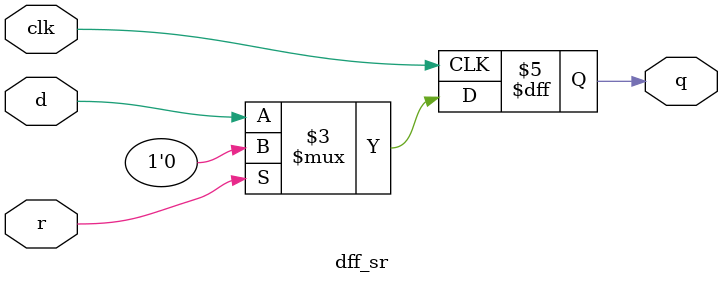
<source format=v>
module dff_sr (
    input clk,
    input d, 
    input r,   // synchronous reset
    output q);
    always @ (posedge clk)
        begin
            if(r)
                q <= 0;
            else
                q <= d;
        end
endmodule
</source>
